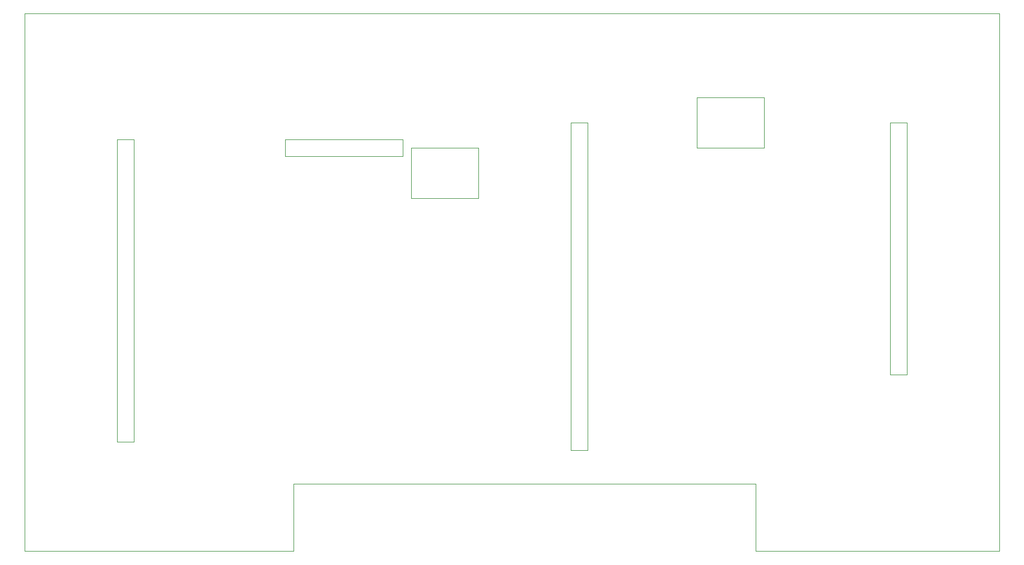
<source format=gm1>
G04 #@! TF.FileFunction,Profile,NP*
%FSLAX46Y46*%
G04 Gerber Fmt 4.6, Leading zero omitted, Abs format (unit mm)*
G04 Created by KiCad (PCBNEW 4.0.2+e4-6225~38~ubuntu14.04.1-stable) date Sat Jul 23 15:42:03 2016*
%MOMM*%
G01*
G04 APERTURE LIST*
%ADD10C,0.150000*%
%ADD11C,0.100000*%
G04 APERTURE END LIST*
D10*
D11*
X158750000Y-88900000D02*
X158750000Y-99060000D01*
X88900000Y-88900000D02*
X88900000Y-99060000D01*
X158750000Y-88900000D02*
X88900000Y-88900000D01*
X195580000Y-99060000D02*
X158750000Y-99060000D01*
X48260000Y-99060000D02*
X88900000Y-99060000D01*
X48260000Y-99060000D02*
X48260000Y-17780000D01*
X195580000Y-17780000D02*
X195580000Y-99060000D01*
X48260000Y-17780000D02*
X195580000Y-17780000D01*
X130810000Y-83820000D02*
X130810000Y-34290000D01*
X133350000Y-83820000D02*
X130810000Y-83820000D01*
X133350000Y-34290000D02*
X133350000Y-83820000D01*
X62230000Y-82550000D02*
X62230000Y-36830000D01*
X160020000Y-30480000D02*
X149860000Y-30480000D01*
X160020000Y-38100000D02*
X160020000Y-30480000D01*
X149860000Y-38100000D02*
X160020000Y-38100000D01*
X149860000Y-30480000D02*
X149860000Y-38100000D01*
X106680000Y-45720000D02*
X106680000Y-38100000D01*
X116840000Y-45720000D02*
X106680000Y-45720000D01*
X116840000Y-38100000D02*
X116840000Y-45720000D01*
X106680000Y-38100000D02*
X116840000Y-38100000D01*
X64770000Y-82550000D02*
X62230000Y-82550000D01*
X64770000Y-36830000D02*
X64770000Y-82550000D01*
X62230000Y-36830000D02*
X64770000Y-36830000D01*
X87630000Y-36830000D02*
X87630000Y-39370000D01*
X105410000Y-39370000D02*
X87630000Y-39370000D01*
X105410000Y-36830000D02*
X105410000Y-39370000D01*
X87630000Y-36830000D02*
X105410000Y-36830000D01*
X179070000Y-72390000D02*
X179070000Y-34290000D01*
X181610000Y-72390000D02*
X179070000Y-72390000D01*
X181610000Y-34290000D02*
X181610000Y-72390000D01*
X179070000Y-34290000D02*
X181610000Y-34290000D01*
X130810000Y-34290000D02*
X133350000Y-34290000D01*
M02*

</source>
